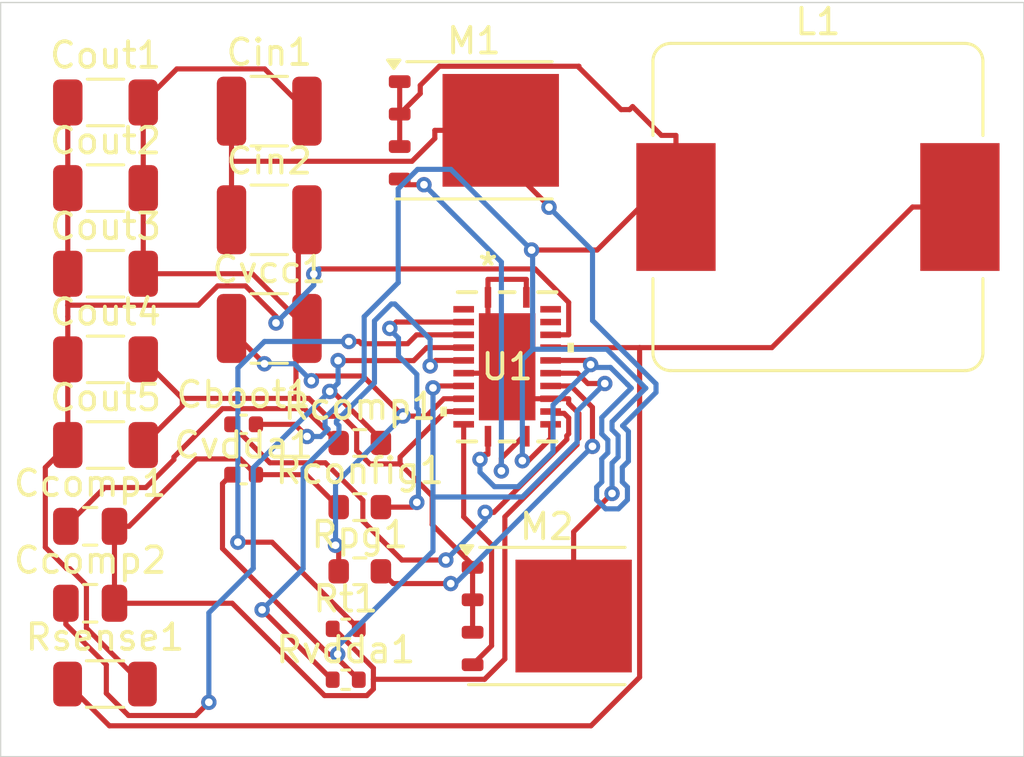
<source format=kicad_pcb>
(kicad_pcb (version 20241229) (generator "pcbnew") (generator_version "9.0")
  (layers (0 "F.Cu" signal) (2 "B.Cu" signal) (13 "F.Paste" user) (15 "B.Paste" user) (5 "F.SilkS" user "F.Silkscreen") (7 "B.SilkS" user "B.Silkscreen") (1 "F.Mask" user) (3 "B.Mask" user) (25 "Edge.Cuts" user))
  (net 0 "")
  (net 1 "Net-(U1-CBOOT)")
  (net 2 "Net-(M2-D)")
  (net 3 "GNDREF")
  (net 4 "Net-(Ccomp1-Pad1)")
  (net 5 "Net-(U1-EXTCOMP)")
  (net 6 "GNDPWR")
  (net 7 "VCC")
  (net 8 "Net-(U1-VOUT)")
  (net 9 "Net-(U1-VCC)")
  (net 10 "Net-(U1-PFM{slash}SYNC)")
  (net 11 "Net-(U1-ISNS+)")
  (net 12 "Net-(M1-G)")
  (net 13 "Net-(M2-G)")
  (net 14 "Net-(U1-CNFG)")
  (net 15 "Net-(U1-PG{slash}SYNCOUT)")
  (net 16 "Net-(U1-RT)")
  (net 17 "Net-(U1-FB)")
  (footprint "Capacitor_SMD:C_1206_3216Metric" (layer "F.Cu") (at 144.1 84.61)
    (property "Reference" "Cout3" (at 0 -1.85 0) (layer "F.SilkS"))
    (property "Value" "10u")
    (pad "1" smd roundrect (at -1.475 0) (size 1.15 1.8) (layers "F.Cu" "F.Mask" "F.Paste") (roundrect_rratio 0.217391) (net 8 "Net-(U1-VOUT)"))
    (pad "2" smd roundrect (at 1.475 0) (size 1.15 1.8) (layers "F.Cu" "F.Mask" "F.Paste") (roundrect_rratio 0.217391) (net 6 "GNDPWR"))
  )
  (footprint "Capacitor_SMD:C_1210_3225Metric" (layer "F.Cu") (at 150.5 86.75)
    (property "Reference" "Cvcc1" (at 0 -2.3 0) (layer "F.SilkS"))
    (property "Value" "2.2u")
    (pad "1" smd roundrect (at -1.475 0) (size 1.15 2.7) (layers "F.Cu" "F.Mask" "F.Paste") (roundrect_rratio 0.217391) (net 9 "Net-(U1-VCC)"))
    (pad "2" smd roundrect (at 1.475 0) (size 1.15 2.7) (layers "F.Cu" "F.Mask" "F.Paste") (roundrect_rratio 0.217391) (net 6 "GNDPWR"))
  )
  (footprint "Package_TO_SOT_SMD:TDSON-8-1" (layer "F.Cu") (at 158.5 79)
    (property "Reference" "M1" (at 0 -3.5 0) (layer "F.SilkS"))
    (property "Value" "80V 77A")
    (pad "1" smd roundrect (at -2.9 -1.905) (size 0.85 0.5) (layers "F.Cu" "F.Mask" "F.Paste") (net 2 "Net-(M2-D)"))
    (pad "2" smd roundrect (at -2.9 -0.635) (size 0.85 0.5) (layers "F.Cu" "F.Mask" "F.Paste") (net 2 "Net-(M2-D)"))
    (pad "3" smd roundrect (at -2.9 0.635) (size 0.85 0.5) (layers "F.Cu" "F.Mask" "F.Paste") (net 2 "Net-(M2-D)"))
    (pad "4" smd roundrect (at -2.9 1.905) (size 0.85 0.5) (layers "F.Cu" "F.Mask" "F.Paste") (net 12 "Net-(M1-G)"))
    (pad "5" smd rect (at 1.05 0) (size 4.55 4.41) (layers "F.Cu") (net 7 "VCC"))
  )
  (footprint "Package_TO_SOT_SMD:TDSON-8-1" (layer "F.Cu") (at 161.35 98)
    (property "Reference" "M2" (at 0 -3.5 0) (layer "F.SilkS"))
    (property "Value" "80V 77A")
    (pad "1" smd roundrect (at -2.9 -1.905) (size 0.85 0.5) (layers "F.Cu" "F.Mask" "F.Paste") (net 6 "GNDPWR"))
    (pad "2" smd roundrect (at -2.9 -0.635) (size 0.85 0.5) (layers "F.Cu" "F.Mask" "F.Paste") (net 6 "GNDPWR"))
    (pad "3" smd roundrect (at -2.9 0.635) (size 0.85 0.5) (layers "F.Cu" "F.Mask" "F.Paste") (net 6 "GNDPWR"))
    (pad "4" smd roundrect (at -2.9 1.905) (size 0.85 0.5) (layers "F.Cu" "F.Mask" "F.Paste") (net 13 "Net-(M2-G)"))
    (pad "5" smd rect (at 1.05 0) (size 4.55 4.41) (layers "F.Cu") (net 2 "Net-(M2-D)"))
  )
  (footprint "Capacitor_SMD:C_0402_1005Metric" (layer "F.Cu") (at 149.5 90.5)
    (property "Reference" "Cboot1" (at 0 -1.16 0) (layer "F.SilkS"))
    (property "Value" "100n")
    (pad "1" smd roundrect (at -0.48 0) (size 0.56 0.62) (layers "F.Cu" "F.Mask" "F.Paste") (net 1 "Net-(U1-CBOOT)"))
    (pad "2" smd roundrect (at 0.48 0) (size 0.56 0.62) (layers "F.Cu" "F.Mask" "F.Paste") (net 2 "Net-(M2-D)"))
  )
  (footprint "Capacitor_SMD:C_1206_3216Metric" (layer "F.Cu") (at 144.1 91.31)
    (property "Reference" "Cout5" (at 0 -1.85 0) (layer "F.SilkS"))
    (property "Value" "10u")
    (pad "1" smd roundrect (at -1.475 0) (size 1.15 1.8) (layers "F.Cu" "F.Mask" "F.Paste") (roundrect_rratio 0.217391) (net 8 "Net-(U1-VOUT)"))
    (pad "2" smd roundrect (at 1.475 0) (size 1.15 1.8) (layers "F.Cu" "F.Mask" "F.Paste") (roundrect_rratio 0.217391) (net 6 "GNDPWR"))
  )
  (footprint "Resistor_SMD:R_0402_1005Metric" (layer "F.Cu") (at 153.49 98.5)
    (property "Reference" "Rt1" (at 0 -1.17 0) (layer "F.SilkS"))
    (property "Value" "39K")
    (pad "1" smd roundrect (at -0.51 0) (size 0.54 0.64) (layers "F.Cu" "F.Mask" "F.Paste") (net 3 "GNDREF"))
    (pad "2" smd roundrect (at 0.51 0) (size 0.54 0.64) (layers "F.Cu" "F.Mask" "F.Paste") (net 16 "Net-(U1-RT)"))
  )
  (footprint "Capacitor_SMD:C_1206_3216Metric" (layer "F.Cu") (at 144.1 77.91)
    (property "Reference" "Cout1" (at 0 -1.85 0) (layer "F.SilkS"))
    (property "Value" "10u")
    (pad "1" smd roundrect (at -1.475 0) (size 1.15 1.8) (layers "F.Cu" "F.Mask" "F.Paste") (roundrect_rratio 0.217391) (net 8 "Net-(U1-VOUT)"))
    (pad "2" smd roundrect (at 1.475 0) (size 1.15 1.8) (layers "F.Cu" "F.Mask" "F.Paste") (roundrect_rratio 0.217391) (net 6 "GNDPWR"))
  )
  (footprint "Capacitor_SMD:C_0805_2012Metric" (layer "F.Cu") (at 143.5 97.5)
    (property "Reference" "Ccomp2" (at 0 -1.68 0) (layer "F.SilkS"))
    (property "Value" "100p")
    (pad "1" smd roundrect (at -0.95 0) (size 1 1.45) (layers "F.Cu" "F.Mask" "F.Paste") (net 5 "Net-(U1-EXTCOMP)"))
    (pad "2" smd roundrect (at 0.95 0) (size 1 1.45) (layers "F.Cu" "F.Mask" "F.Paste") (net 3 "GNDREF"))
  )
  (footprint "Capacitor_SMD:C_1210_3225Metric" (layer "F.Cu") (at 150.5 78.25)
    (property "Reference" "Cin1" (at 0 -2.3 0) (layer "F.SilkS"))
    (property "Value" "2.2u")
    (pad "1" smd roundrect (at -1.475 0) (size 1.15 2.7) (layers "F.Cu" "F.Mask" "F.Paste") (roundrect_rratio 0.217391) (net 7 "VCC"))
    (pad "2" smd roundrect (at 1.475 0) (size 1.15 2.7) (layers "F.Cu" "F.Mask" "F.Paste") (roundrect_rratio 0.217391) (net 6 "GNDPWR"))
  )
  (footprint "Capacitor_SMD:C_0402_1005Metric" (layer "F.Cu") (at 149.5 92.47)
    (property "Reference" "Cvdda1" (at 0 -1.16 0) (layer "F.SilkS"))
    (property "Value" "100n")
    (pad "1" smd roundrect (at -0.48 0) (size 0.56 0.62) (layers "F.Cu" "F.Mask" "F.Paste") (net 10 "Net-(U1-PFM{slash}SYNC)"))
    (pad "2" smd roundrect (at 0.48 0) (size 0.56 0.62) (layers "F.Cu" "F.Mask" "F.Paste") (net 3 "GNDREF"))
  )
  (footprint "Resistor_SMD:R_0402_1005Metric" (layer "F.Cu") (at 153.49 100.49)
    (property "Reference" "Rvdda1" (at 0 -1.17 0) (layer "F.SilkS"))
    (property "Value" "47.5K")
    (pad "1" smd roundrect (at -0.51 0) (size 0.54 0.64) (layers "F.Cu" "F.Mask" "F.Paste") (net 17 "Net-(U1-FB)"))
    (pad "2" smd roundrect (at 0.51 0) (size 0.54 0.64) (layers "F.Cu" "F.Mask" "F.Paste") (net 10 "Net-(U1-PFM{slash}SYNC)"))
  )
  (footprint "Resistor_SMD:R_0603_1608Metric" (layer "F.Cu") (at 154.04 91.23)
    (property "Reference" "Rcomp1" (at 0 -1.43 0) (layer "F.SilkS"))
    (property "Value" "4.7K")
    (pad "1" smd roundrect (at -0.825 0) (size 0.8 0.95) (layers "F.Cu" "F.Mask" "F.Paste") (net 4 "Net-(Ccomp1-Pad1)"))
    (pad "2" smd roundrect (at 0.825 0) (size 0.8 0.95) (layers "F.Cu" "F.Mask" "F.Paste") (net 5 "Net-(U1-EXTCOMP)"))
  )
  (footprint "Inductor_SMD:L_Bourns_SRP1245A" (layer "F.Cu") (at 171.95 82)
    (property "Reference" "L1" (at 0 -7.25 0) (layer "F.SilkS"))
    (property "Value" "6.8u")
    (pad "1" smd rect (at -5.55 0) (size 3.1 5) (layers "F.Cu" "F.Mask" "F.Paste") (net 2 "Net-(M2-D)"))
    (pad "2" smd rect (at 5.55 0) (size 3.1 5) (layers "F.Cu" "F.Mask" "F.Paste") (net 11 "Net-(U1-ISNS+)"))
  )
  (footprint "Resistor_SMD:R_0603_1608Metric" (layer "F.Cu") (at 154.04 93.74)
    (property "Reference" "Rconfig1" (at 0 -1.43 0) (layer "F.SilkS"))
    (property "Value" "40.2K")
    (pad "1" smd roundrect (at -0.825 0) (size 0.8 0.95) (layers "F.Cu" "F.Mask" "F.Paste") (net 3 "GNDREF"))
    (pad "2" smd roundrect (at 0.825 0) (size 0.8 0.95) (layers "F.Cu" "F.Mask" "F.Paste") (net 14 "Net-(U1-CNFG)"))
  )
  (footprint "Capacitor_SMD:C_1210_3225Metric" (layer "F.Cu") (at 150.5 82.5)
    (property "Reference" "Cin2" (at 0 -2.3 0) (layer "F.SilkS"))
    (property "Value" "2.2u")
    (pad "1" smd roundrect (at -1.475 0) (size 1.15 2.7) (layers "F.Cu" "F.Mask" "F.Paste") (roundrect_rratio 0.217391) (net 7 "VCC"))
    (pad "2" smd roundrect (at 1.475 0) (size 1.15 2.7) (layers "F.Cu" "F.Mask" "F.Paste") (roundrect_rratio 0.217391) (net 6 "GNDPWR"))
  )
  (footprint "LM5149:VQFN24_RGY_TEX" (layer "F.Cu") (at 159.8006 88.25)
    (property "Reference" "U1" (at 0 0 0) (layer "F.SilkS"))
    (property "Value" "LM5149RGYR")
    (fp_text user "*" (at -0.75 -3.9068 0) (layer "F.SilkS"))
    (fp_text user "*" (at -0.75 -3.9068 0) (layer "F.SilkS"))
    (pad "1" smd rect (at -0.750001 -2.7154) (size 0.2548 0.807999) (layers "F.Cu" "F.Mask" "F.Paste") (net 3 "GNDREF"))
    (pad "2" smd rect (at -1.6994 -2.250001 90) (size 0.2548 0.807999) (layers "F.Cu" "F.Mask" "F.Paste"))
    (pad "3" smd rect (at -1.6994 -1.749999 90) (size 0.2548 0.807999) (layers "F.Cu" "F.Mask" "F.Paste") (net 14 "Net-(U1-CNFG)"))
    (pad "4" smd rect (at -1.6994 -1.25 90) (size 0.2548 0.807999) (layers "F.Cu" "F.Mask" "F.Paste") (net 16 "Net-(U1-RT)"))
    (pad "5" smd rect (at -1.6994 -0.750001 90) (size 0.2548 0.807999) (layers "F.Cu" "F.Mask" "F.Paste") (net 5 "Net-(U1-EXTCOMP)"))
    (pad "6" smd rect (at -1.6994 -0.25 90) (size 0.2548 0.807999) (layers "F.Cu" "F.Mask" "F.Paste") (net 17 "Net-(U1-FB)"))
    (pad "7" smd rect (at -1.6994 0.25 90) (size 0.2548 0.807999) (layers "F.Cu" "F.Mask" "F.Paste") (net 3 "GNDREF"))
    (pad "8" smd rect (at -1.6994 0.750001 90) (size 0.2548 0.807999) (layers "F.Cu" "F.Mask" "F.Paste") (net 10 "Net-(U1-PFM{slash}SYNC)"))
    (pad "9" smd rect (at -1.6994 1.25 90) (size 0.2548 0.807999) (layers "F.Cu" "F.Mask" "F.Paste") (net 9 "Net-(U1-VCC)"))
    (pad "10" smd rect (at -1.6994 1.749999 90) (size 0.2548 0.807999) (layers "F.Cu" "F.Mask" "F.Paste") (net 6 "GNDPWR"))
    (pad "11" smd rect (at -1.6994 2.250001 90) (size 0.2548 0.807999) (layers "F.Cu" "F.Mask" "F.Paste") (net 13 "Net-(M2-G)"))
    (pad "12" smd rect (at -0.750001 2.7154) (size 0.2548 0.807999) (layers "F.Cu" "F.Mask" "F.Paste") (net 7 "VCC"))
    (pad "13" smd rect (at 0.750001 2.7154) (size 0.2548 0.807999) (layers "F.Cu" "F.Mask" "F.Paste") (net 12 "Net-(M1-G)"))
    (pad "14" smd rect (at 1.6994 2.250001 90) (size 0.2548 0.807999) (layers "F.Cu" "F.Mask" "F.Paste") (net 2 "Net-(M2-D)"))
    (pad "15" smd rect (at 1.6994 1.749999 90) (size 0.2548 0.807999) (layers "F.Cu" "F.Mask" "F.Paste") (net 1 "Net-(U1-CBOOT)"))
    (pad "16" smd rect (at 1.6994 1.25 90) (size 0.2548 0.807999) (layers "F.Cu" "F.Mask" "F.Paste") (net 3 "GNDREF"))
    (pad "17" smd rect (at 1.6994 0.750001 90) (size 0.2548 0.807999) (layers "F.Cu" "F.Mask" "F.Paste") (net 15 "Net-(U1-PG{slash}SYNCOUT)"))
    (pad "18" smd rect (at 1.6994 0.25 90) (size 0.2548 0.807999) (layers "F.Cu" "F.Mask" "F.Paste") (net 10 "Net-(U1-PFM{slash}SYNC)"))
    (pad "19" smd rect (at 1.6994 -0.25 90) (size 0.2548 0.807999) (layers "F.Cu" "F.Mask" "F.Paste") (net 7 "VCC"))
    (pad "20" smd rect (at 1.6994 -0.750001 90) (size 0.2548 0.807999) (layers "F.Cu" "F.Mask" "F.Paste") (net 11 "Net-(U1-ISNS+)"))
    (pad "21" smd rect (at 1.6994 -1.25 90) (size 0.2548 0.807999) (layers "F.Cu" "F.Mask" "F.Paste") (net 8 "Net-(U1-VOUT)"))
    (pad "22" smd rect (at 1.6994 -1.749999 90) (size 0.2548 0.807999) (layers "F.Cu" "F.Mask" "F.Paste"))
    (pad "23" smd rect (at 1.6994 -2.250001 90) (size 0.2548 0.807999) (layers "F.Cu" "F.Mask" "F.Paste"))
    (pad "24" smd rect (at 0.750001 -2.7154) (size 0.2548 0.807999) (layers "F.Cu" "F.Mask" "F.Paste") (net 3 "GNDREF"))
    (pad "25" smd rect (at 0 0) (size 2.2098 4.191) (layers "F.Cu" "F.Mask" "F.Paste") (net 3 "GNDREF"))
  )
  (footprint "Capacitor_SMD:C_1206_3216Metric" (layer "F.Cu") (at 144.1 87.96)
    (property "Reference" "Cout4" (at 0 -1.85 0) (layer "F.SilkS"))
    (property "Value" "10u")
    (pad "1" smd roundrect (at -1.475 0) (size 1.15 1.8) (layers "F.Cu" "F.Mask" "F.Paste") (roundrect_rratio 0.217391) (net 8 "Net-(U1-VOUT)"))
    (pad "2" smd roundrect (at 1.475 0) (size 1.15 1.8) (layers "F.Cu" "F.Mask" "F.Paste") (roundrect_rratio 0.217391) (net 6 "GNDPWR"))
  )
  (footprint "Capacitor_SMD:C_0805_2012Metric" (layer "F.Cu") (at 143.5 94.49)
    (property "Reference" "Ccomp1" (at 0 -1.68 0) (layer "F.SilkS"))
    (property "Value" "3.9n")
    (pad "1" smd roundrect (at -0.95 0) (size 1 1.45) (layers "F.Cu" "F.Mask" "F.Paste") (net 4 "Net-(Ccomp1-Pad1)"))
    (pad "2" smd roundrect (at 0.95 0) (size 1 1.45) (layers "F.Cu" "F.Mask" "F.Paste") (net 3 "GNDREF"))
  )
  (footprint "Capacitor_SMD:C_1206_3216Metric" (layer "F.Cu") (at 144.1 81.26)
    (property "Reference" "Cout2" (at 0 -1.85 0) (layer "F.SilkS"))
    (property "Value" "10u")
    (pad "1" smd roundrect (at -1.475 0) (size 1.15 1.8) (layers "F.Cu" "F.Mask" "F.Paste") (roundrect_rratio 0.217391) (net 8 "Net-(U1-VOUT)"))
    (pad "2" smd roundrect (at 1.475 0) (size 1.15 1.8) (layers "F.Cu" "F.Mask" "F.Paste") (roundrect_rratio 0.217391) (net 6 "GNDPWR"))
  )
  (footprint "Resistor_SMD:R_1206_3216Metric" (layer "F.Cu") (at 144.08 100.66)
    (property "Reference" "Rsense1" (at 0 -1.83 0) (layer "F.SilkS"))
    (property "Value" "6m")
    (pad "1" smd roundrect (at -1.4625 0) (size 1.125 1.75) (layers "F.Cu" "F.Mask" "F.Paste") (roundrect_rratio 0.222222) (net 11 "Net-(U1-ISNS+)"))
    (pad "2" smd roundrect (at 1.4625 0) (size 1.125 1.75) (layers "F.Cu" "F.Mask" "F.Paste") (roundrect_rratio 0.222222) (net 8 "Net-(U1-VOUT)"))
  )
  (footprint "Resistor_SMD:R_0603_1608Metric" (layer "F.Cu") (at 154.04 96.25)
    (property "Reference" "Rpg1" (at 0 -1.43 0) (layer "F.SilkS"))
    (property "Value" "100K")
    (pad "1" smd roundrect (at -0.825 0) (size 0.8 0.95) (layers "F.Cu" "F.Mask" "F.Paste") (net 9 "Net-(U1-VCC)"))
    (pad "2" smd roundrect (at 0.825 0) (size 0.8 0.95) (layers "F.Cu" "F.Mask" "F.Paste") (net 15 "Net-(U1-PG{slash}SYNCOUT)"))
  )
  (gr_rect (start 140 74) (end 180 103.5) (stroke (width 0.05)) (fill no) (layer "Edge.Cuts"))
  (segment (start 152.6933 92.006) (end 154.1594 93.4721) (width 0.2) (layer "F.Cu") (net 1))
  (segment (start 162.1323 91.0944) (end 159.2826 93.9441) (width 0.2) (layer "F.Cu") (net 1))
  (segment (start 155.6866 95.8085) (end 157.4039 95.8085) (width 0.2) (layer "F.Cu") (net 1))
  (segment (start 154.1594 93.4721) (end 154.1594 94.2813) (width 0.2) (layer "F.Cu") (net 1))
  (segment (start 159.2826 93.9441) (end 158.9425 93.9441) (width 0.2) (layer "F.Cu") (net 1))
  (segment (start 161.5 90) (end 161.5709 90.0709) (width 0.2) (layer "F.Cu") (net 1))
  (segment (start 150.526 92.006) (end 152.6933 92.006) (width 0.2) (layer "F.Cu") (net 1))
  (segment (start 149.02 90.5) (end 150.526 92.006) (width 0.2) (layer "F.Cu") (net 1))
  (segment (start 162.2057 90.2476) (end 162.2057 90.8748) (width 0.2) (layer "F.Cu") (net 1))
  (segment (start 162.1323 90.9482) (end 162.1323 91.0944) (width 0.2) (layer "F.Cu") (net 1))
  (segment (start 162.2057 90.8748) (end 162.1323 90.9482) (width 0.2) (layer "F.Cu") (net 1))
  (segment (start 161.5709 90.0709) (end 162.029 90.0709) (width 0.2) (layer "F.Cu") (net 1))
  (segment (start 162.029 90.0709) (end 162.2057 90.2476) (width 0.2) (layer "F.Cu") (net 1))
  (segment (start 154.1594 94.2813) (end 155.6866 95.8085) (width 0.2) (layer "F.Cu") (net 1))
  (via (at 158.9425 93.9441) (size 0.6) (drill 0.3) (layers "F.Cu" "B.Cu") (net 1))
  (via (at 157.4039 95.8085) (size 0.6) (drill 0.3) (layers "F.Cu" "B.Cu") (net 1))
  (segment (start 158.9425 94.2699) (end 158.9425 93.9441) (width 0.2) (layer "B.Cu") (net 1))
  (segment (start 157.4039 95.8085) (end 158.9425 94.2699) (width 0.2) (layer "B.Cu") (net 1))
  (segment (start 155.6 78.365) (end 156.4035 77.5615) (width 0.2) (layer "F.Cu") (net 2))
  (segment (start 163.901 93.205) (end 162.4 94.706) (width 0.2) (layer "F.Cu") (net 2))
  (segment (start 164.2546 78.1889) (end 164.5872 78.1889) (width 0.2) (layer "F.Cu") (net 2))
  (segment (start 166.4 82) (end 166.4 80.5991) (width 0.2) (layer "F.Cu") (net 2))
  (segment (start 155.6 78.365) (end 155.6 79.635) (width 0.2) (layer "F.Cu") (net 2))
  (segment (start 157.15 76.4933) (end 162.6079 76.4933) (width 0.2) (layer "F.Cu") (net 2))
  (segment (start 160.6302 91.9238) (end 160.3946 91.9238) (width 0.2) (layer "F.Cu") (net 2))
  (segment (start 155.6 77.095) (end 155.6 78.365) (width 0.2) (layer "F.Cu") (net 2))
  (segment (start 162.4 94.706) (end 162.4 98) (width 0.2) (layer "F.Cu") (net 2))
  (segment (start 164.7049 78.0712) (end 165.832 79.1983) (width 0.2) (layer "F.Cu") (net 2))
  (segment (start 151.9773 90.9767) (end 151.5006 90.5) (width 0.2) (layer "F.Cu") (net 2))
  (segment (start 165.832 79.1983) (end 166.4 79.1983) (width 0.2) (layer "F.Cu") (net 2))
  (segment (start 156.4035 77.2398) (end 157.15 76.4933) (width 0.2) (layer "F.Cu") (net 2))
  (segment (start 162.6079 76.4933) (end 162.6079 76.5422) (width 0.2) (layer "F.Cu") (net 2))
  (segment (start 166.4 80.5991) (end 163.3171 83.682) (width 0.2) (layer "F.Cu") (net 2))
  (segment (start 162.6079 76.5422) (end 164.2546 78.1889) (width 0.2) (layer "F.Cu") (net 2))
  (segment (start 156.4035 77.5615) (end 156.4035 77.2398) (width 0.2) (layer "F.Cu") (net 2))
  (segment (start 161.5 91.054) (end 160.6302 91.9238) (width 0.2) (layer "F.Cu") (net 2))
  (segment (start 166.4 80.5991) (end 166.4 79.1983) (width 0.2) (layer "F.Cu") (net 2))
  (segment (start 151.5006 90.5) (end 149.98 90.5) (width 0.2) (layer "F.Cu") (net 2))
  (segment (start 164.5872 78.1889) (end 164.7049 78.0712) (width 0.2) (layer "F.Cu") (net 2))
  (segment (start 163.3171 83.682) (end 160.7558 83.682) (width 0.2) (layer "F.Cu") (net 2))
  (segment (start 161.5 90.5) (end 161.5 91.054) (width 0.2) (layer "F.Cu") (net 2))
  (via (at 163.901 93.205) (size 0.6) (drill 0.3) (layers "F.Cu" "B.Cu") (net 2))
  (via (at 160.7558 83.682) (size 0.6) (drill 0.3) (layers "F.Cu" "B.Cu") (net 2))
  (via (at 160.3946 91.9238) (size 0.6) (drill 0.3) (layers "F.Cu" "B.Cu") (net 2))
  (via (at 151.9773 90.9767) (size 0.6) (drill 0.3) (layers "F.Cu" "B.Cu") (net 2))
  (segment (start 152.5177 90.9767) (end 151.9773 90.9767) (width 0.2) (layer "B.Cu") (net 2))
  (segment (start 157.6 80.5262) (end 156.3006 80.5262) (width 0.2) (layer "B.Cu") (net 2))
  (segment (start 164.1391 90.9481) (end 163.901 90.71) (width 0.2) (layer "B.Cu") (net 2))
  (segment (start 160.7558 83.682) (end 157.6 80.5262) (width 0.2) (layer "B.Cu") (net 2))
  (segment (start 154.212 88.7165) (end 152.6831 90.2454) (width 0.2) (layer "B.Cu") (net 2))
  (segment (start 160.3946 87.9652) (end 160.7963 87.5635) (width 0.2) (layer "B.Cu") (net 2))
  (segment (start 165.2183 89.0853) (end 163.6965 87.5635) (width 0.2) (layer "B.Cu") (net 2))
  (segment (start 155.5417 84.9579) (end 154.212 86.2876) (width 0.2) (layer "B.Cu") (net 2))
  (segment (start 163.901 92.0172) (end 164.1391 91.7791) (width 0.2) (layer "B.Cu") (net 2))
  (segment (start 163.901 93.205) (end 163.901 92.0172) (width 0.2) (layer "B.Cu") (net 2))
  (segment (start 156.3006 80.5262) (end 155.5418 81.285) (width 0.2) (layer "B.Cu") (net 2))
  (segment (start 164.1391 91.7791) (end 164.1391 90.9481) (width 0.2) (layer "B.Cu") (net 2))
  (segment (start 152.6831 90.2454) (end 152.6831 90.578) (width 0.2) (layer "B.Cu") (net 2))
  (segment (start 154.212 86.2876) (end 154.212 88.7165) (width 0.2) (layer "B.Cu") (net 2))
  (segment (start 160.7963 87.5635) (end 160.7963 83.7225) (width 0.2) (layer "B.Cu") (net 2))
  (segment (start 163.6965 87.5635) (end 160.7963 87.5635) (width 0.2) (layer "B.Cu") (net 2))
  (segment (start 163.901 90.4027) (end 165.2183 89.0854) (width 0.2) (layer "B.Cu") (net 2))
  (segment (start 152.6831 90.578) (end 152.7997 90.6946) (width 0.2) (layer "B.Cu") (net 2))
  (segment (start 163.901 90.71) (end 163.901 90.4027) (width 0.2) (layer "B.Cu") (net 2))
  (segment (start 155.5418 84.9579) (end 155.5417 84.9579) (width 0.2) (layer "B.Cu") (net 2))
  (segment (start 152.7997 90.6946) (end 152.7997 90.6947) (width 0.2) (layer "B.Cu") (net 2))
  (segment (start 165.2183 89.0854) (end 165.2183 89.0853) (width 0.2) (layer "B.Cu") (net 2))
  (segment (start 155.5418 81.285) (end 155.5418 84.9579) (width 0.2) (layer "B.Cu") (net 2))
  (segment (start 160.3946 91.9238) (end 160.3946 87.9652) (width 0.2) (layer "B.Cu") (net 2))
  (segment (start 160.7963 83.7225) (end 160.7558 83.682) (width 0.2) (layer "B.Cu") (net 2))
  (segment (start 152.7997 90.6947) (end 152.5177 90.9767) (width 0.2) (layer "B.Cu") (net 2))
  (segment (start 159.0506 85.5346) (end 159.0506 84.8289) (width 0.2) (layer "F.Cu") (net 3))
  (segment (start 160.7943 89.5) (end 160.7943 89.2437) (width 0.2) (layer "F.Cu") (net 3))
  (segment (start 162.6074 91.0411) (end 162.534 91.1145) (width 0.2) (layer "F.Cu") (net 3))
  (segment (start 159.7113 99.6809) (end 158.9181 100.4741) (width 0.2) (layer "F.Cu") (net 3))
  (segment (start 153.0342 98.5) (end 152.98 98.5) (width 0.2) (layer "F.Cu") (net 3))
  (segment (start 158.1012 88.5) (end 159.4256 88.5) (width 0.2) (layer "F.Cu") (net 3))
  (segment (start 159.0506 84.8289) (end 160.5506 84.8289) (width 0.2) (layer "F.Cu") (net 3))
  (segment (start 162.6074 90.0813) (end 162.6074 91.0411) (width 0.2) (layer "F.Cu") (net 3))
  (segment (start 159.6756 88.25) (end 159.6756 86.8653) (width 0.2) (layer "F.Cu") (net 3))
  (segment (start 162.534 91.2962) (end 159.7113 94.1189) (width 0.2) (layer "F.Cu") (net 3))
  (segment (start 161.5 89.5) (end 162.2057 89.5) (width 0.2) (layer "F.Cu") (net 3))
  (segment (start 144.45 94.49) (end 145.018 94.49) (width 0.2) (layer "F.Cu") (net 3))
  (segment (start 147.6536 91.8544) (end 149.3644 91.8544) (width 0.2) (layer "F.Cu") (net 3))
  (segment (start 154.3161 101.1122) (end 152.6639 101.1122) (width 0.2) (layer "F.Cu") (net 3))
  (segment (start 161.5 89.5) (end 160.7943 89.5) (width 0.2) (layer "F.Cu") (net 3))
  (segment (start 154.5722 100.4741) (end 154.5722 100.038) (width 0.2) (layer "F.Cu") (net 3))
  (segment (start 154.5722 100.4741) (end 154.5722 100.8561) (width 0.2) (layer "F.Cu") (net 3))
  (segment (start 159.6756 86.8653) (end 159.0506 86.2403) (width 0.2) (layer "F.Cu") (net 3))
  (segment (start 145.018 94.49) (end 147.6536 91.8544) (width 0.2) (layer "F.Cu") (net 3))
  (segment (start 153.215 93.74) (end 151.945 92.47) (width 0.2) (layer "F.Cu") (net 3))
  (segment (start 152.6639 101.1122) (end 149.0517 97.5) (width 0.2) (layer "F.Cu") (net 3))
  (segment (start 160.5506 85.5346) (end 160.5506 84.8289) (width 0.2) (layer "F.Cu") (net 3))
  (segment (start 162.534 91.1145) (end 162.534 91.2962) (width 0.2) (layer "F.Cu") (net 3))
  (segment (start 162.372 89.8459) (end 162.2057 89.6796) (width 0.2) (layer "F.Cu") (net 3))
  (segment (start 158.9181 100.4741) (end 154.5722 100.4741) (width 0.2) (layer "F.Cu") (net 3))
  (segment (start 151.945 92.47) (end 149.98 92.47) (width 0.2) (layer "F.Cu") (net 3))
  (segment (start 162.372 89.8459) (end 162.2057 89.6796) (width 0.2) (layer "F.Cu") (net 3))
  (segment (start 159.6756 88.25) (end 159.8006 88.25) (width 0.2) (layer "F.Cu") (net 3))
  (segment (start 149.0517 97.5) (end 144.45 97.5) (width 0.2) (layer "F.Cu") (net 3))
  (segment (start 162.372 89.8459) (end 162.6074 90.0813) (width 0.2) (layer "F.Cu") (net 3))
  (segment (start 149.3644 91.8544) (end 149.98 92.47) (width 0.2) (layer "F.Cu") (net 3))
  (segment (start 154.5722 100.8561) (end 154.3161 101.1122) (width 0.2) (layer "F.Cu") (net 3))
  (segment (start 144.45 97.5) (end 144.45 94.49) (width 0.2) (layer "F.Cu") (net 3))
  (segment (start 159.0506 85.5346) (end 159.0506 86.2403) (width 0.2) (layer "F.Cu") (net 3))
  (segment (start 154.5722 100.038) (end 153.0342 98.5) (width 0.2) (layer "F.Cu") (net 3))
  (segment (start 159.4256 88.5) (end 159.6756 88.25) (width 0.2) (layer "F.Cu") (net 3))
  (segment (start 160.7943 89.2437) (end 159.8006 88.25) (width 0.2) (layer "F.Cu") (net 3))
  (segment (start 159.7113 94.1189) (end 159.7113 99.6809) (width 0.2) (layer "F.Cu") (net 3))
  (segment (start 162.2057 89.6796) (end 162.2057 89.5) (width 0.2) (layer "F.Cu") (net 3))
  (segment (start 145.6786 92.9735) (end 146.7746 91.8775) (width 0.2) (layer "F.Cu") (net 4))
  (segment (start 151.8728 89.8878) (end 153.215 91.23) (width 0.2) (layer "F.Cu") (net 4))
  (segment (start 148.6684 89.8878) (end 151.8728 89.8878) (width 0.2) (layer "F.Cu") (net 4))
  (segment (start 146.7746 91.8775) (end 146.7746 91.7816) (width 0.2) (layer "F.Cu") (net 4))
  (segment (start 144.0665 92.9735) (end 145.6786 92.9735) (width 0.2) (layer "F.Cu") (net 4))
  (segment (start 142.55 94.49) (end 144.0665 92.9735) (width 0.2) (layer "F.Cu") (net 4))
  (segment (start 146.7746 91.7816) (end 148.6684 89.8878) (width 0.2) (layer "F.Cu") (net 4))
  (segment (start 144.1318 101.0232) (end 144.9999 101.8913) (width 0.2) (layer "F.Cu") (net 5))
  (segment (start 156.6557 87.5) (end 156.1476 88.0081) (width 0.2) (layer "F.Cu") (net 5))
  (segment (start 154.865 91.0962) (end 154.865 91.23) (width 0.2) (layer "F.Cu") (net 5))
  (segment (start 142.55 98.3252) (end 144.1318 99.907) (width 0.2) (layer "F.Cu") (net 5))
  (segment (start 156.1476 88.0081) (end 153.1918 88.0081) (width 0.2) (layer "F.Cu") (net 5))
  (segment (start 152.9804 89.2116) (end 154.865 91.0962) (width 0.2) (layer "F.Cu") (net 5))
  (segment (start 142.55 97.5) (end 142.55 98.3252) (width 0.2) (layer "F.Cu") (net 5))
  (segment (start 144.1318 99.907) (end 144.1318 101.0232) (width 0.2) (layer "F.Cu") (net 5))
  (segment (start 152.8658 89.2116) (end 152.9804 89.2116) (width 0.2) (layer "F.Cu") (net 5))
  (segment (start 147.6219 101.8913) (end 148.1396 101.3736) (width 0.2) (layer "F.Cu") (net 5))
  (segment (start 144.9999 101.8913) (end 147.6219 101.8913) (width 0.2) (layer "F.Cu") (net 5))
  (segment (start 158.1012 87.5) (end 156.6557 87.5) (width 0.2) (layer "F.Cu") (net 5))
  (via (at 153.1918 88.0081) (size 0.6) (drill 0.3) (layers "F.Cu" "B.Cu") (net 5))
  (via (at 152.8658 89.2116) (size 0.6) (drill 0.3) (layers "F.Cu" "B.Cu") (net 5))
  (via (at 148.1396 101.3736) (size 0.6) (drill 0.3) (layers "F.Cu" "B.Cu") (net 5))
  (segment (start 153.1918 88.0081) (end 153.1918 88.8856) (width 0.2) (layer "B.Cu") (net 5))
  (segment (start 148.1396 97.8735) (end 148.1396 101.3736) (width 0.2) (layer "B.Cu") (net 5))
  (segment (start 152.8658 89.2116) (end 149.8761 92.2013) (width 0.2) (layer "B.Cu") (net 5))
  (segment (start 153.1918 88.8856) (end 152.8658 89.2116) (width 0.2) (layer "B.Cu") (net 5))
  (segment (start 149.8761 96.137) (end 148.1396 97.8735) (width 0.2) (layer "B.Cu") (net 5))
  (segment (start 149.8761 92.2013) (end 149.8761 96.137) (width 0.2) (layer "B.Cu") (net 5))
  (segment (start 158.45 96.0037) (end 156.8711 94.4248) (width 0.2) (layer "F.Cu") (net 6))
  (segment (start 158.1012 90) (end 157.3955 90) (width 0.2) (layer "F.Cu") (net 6))
  (segment (start 151.975 86.75) (end 151.5454 87.1796) (width 0.2) (layer "F.Cu") (net 6))
  (segment (start 150.3223 76.5973) (end 146.8877 76.5973) (width 0.2) (layer "F.Cu") (net 6))
  (segment (start 149.835 84.61) (end 145.575 84.61) (width 0.2) (layer "F.Cu") (net 6))
  (segment (start 152.0514 89.4861) (end 152.7502 90.1849) (width 0.2) (layer "F.Cu") (net 6))
  (segment (start 151.5454 87.1796) (end 151.5454 89.4861) (width 0.2) (layer "F.Cu") (net 6))
  (segment (start 147.1011 89.7839) (end 147.1011 89.4861) (width 0.2) (layer "F.Cu") (net 6))
  (segment (start 151.975 78.25) (end 150.3223 76.5973) (width 0.2) (layer "F.Cu") (net 6))
  (segment (start 151.6378 86.4128) (end 151.975 86.75) (width 0.2) (layer "F.Cu") (net 6))
  (segment (start 147.1011 89.4861) (end 145.575 87.96) (width 0.2) (layer "F.Cu") (net 6))
  (segment (start 151.6378 82.8372) (end 151.6378 86.4128) (width 0.2) (layer "F.Cu") (net 6))
  (segment (start 145.575 77.91) (end 145.575 81.26) (width 0.2) (layer "F.Cu") (net 6))
  (segment (start 151.975 86.75) (end 149.835 84.61) (width 0.2) (layer "F.Cu") (net 6))
  (segment (start 153.3556 90.1849) (end 153.9175 90.7468) (width 0.2) (layer "F.Cu") (net 6))
  (segment (start 153.9175 91.5337) (end 154.4326 92.0488) (width 0.2) (layer "F.Cu") (net 6))
  (segment (start 158.45 96.095) (end 158.45 96.0037) (width 0.2) (layer "F.Cu") (net 6))
  (segment (start 151.5454 89.4861) (end 147.1011 89.4861) (width 0.2) (layer "F.Cu") (net 6))
  (segment (start 153.9175 90.7468) (end 153.9175 91.5337) (width 0.2) (layer "F.Cu") (net 6))
  (segment (start 145.575 84.61) (end 145.575 81.26) (width 0.2) (layer "F.Cu") (net 6))
  (segment (start 145.575 91.31) (end 147.1011 89.7839) (width 0.2) (layer "F.Cu") (net 6))
  (segment (start 158.45 96.095) (end 158.45 97.365) (width 0.2) (layer "F.Cu") (net 6))
  (segment (start 155.615 92.0488) (end 155.615 91.7805) (width 0.2) (layer "F.Cu") (net 6))
  (segment (start 156.8711 93.3049) (end 155.615 92.0488) (width 0.2) (layer "F.Cu") (net 6))
  (segment (start 156.8711 94.4248) (end 156.8711 93.3049) (width 0.2) (layer "F.Cu") (net 6))
  (segment (start 158.45 98.635) (end 158.45 97.365) (width 0.2) (layer "F.Cu") (net 6))
  (segment (start 151.975 82.5) (end 151.6378 82.8372) (width 0.2) (layer "F.Cu") (net 6))
  (segment (start 151.5454 89.4861) (end 152.0514 89.4861) (width 0.2) (layer "F.Cu") (net 6))
  (segment (start 146.8877 76.5973) (end 145.575 77.91) (width 0.2) (layer "F.Cu") (net 6))
  (segment (start 154.4326 92.0488) (end 155.615 92.0488) (width 0.2) (layer "F.Cu") (net 6))
  (segment (start 152.7502 90.1849) (end 153.3556 90.1849) (width 0.2) (layer "F.Cu") (net 6))
  (segment (start 155.615 91.7805) (end 157.3955 90) (width 0.2) (layer "F.Cu") (net 6))
  (segment (start 156.9733 79.3176) (end 156.0804 80.2105) (width 0.2) (layer "F.Cu") (net 7))
  (segment (start 163.0635 88.1652) (end 162.8983 88) (width 0.2) (layer "F.Cu") (net 7))
  (segment (start 149.025 80.2105) (end 149.025 82.5) (width 0.2) (layer "F.Cu") (net 7))
  (segment (start 149.025 78.25) (end 149.025 80.2105) (width 0.2) (layer "F.Cu") (net 7))
  (segment (start 156.0804 80.2105) (end 149.025 80.2105) (width 0.2) (layer "F.Cu") (net 7))
  (segment (start 159.0506 91.6711) (end 158.9403 91.6711) (width 0.2) (layer "F.Cu") (net 7))
  (segment (start 161.4363 81.9685) (end 161.4363 82.0075) (width 0.2) (layer "F.Cu") (net 7))
  (segment (start 162.8983 88) (end 161.5 88) (width 0.2) (layer "F.Cu") (net 7))
  (segment (start 159.55 79) (end 158.4678 79) (width 0.2) (layer "F.Cu") (net 7))
  (segment (start 159.0506 90.9654) (end 159.0506 91.6711) (width 0.2) (layer "F.Cu") (net 7))
  (segment (start 158.4678 79) (end 156.9733 79) (width 0.2) (layer "F.Cu") (net 7))
  (segment (start 156.9733 79) (end 156.9733 79.3176) (width 0.2) (layer "F.Cu") (net 7))
  (segment (start 158.9403 91.6711) (end 158.7384 91.873) (width 0.2) (layer "F.Cu") (net 7))
  (segment (start 158.4678 79) (end 161.4363 81.9685) (width 0.2) (layer "F.Cu") (net 7))
  (via (at 158.7384 91.873) (size 0.6) (drill 0.3) (layers "F.Cu" "B.Cu") (net 7))
  (via (at 163.0635 88.1652) (size 0.6) (drill 0.3) (layers "F.Cu" "B.Cu") (net 7))
  (via (at 161.4363 82.0075) (size 0.6) (drill 0.3) (layers "F.Cu" "B.Cu") (net 7))
  (segment (start 164.5027 93.4542) (end 164.1502 93.8067) (width 0.2) (layer "B.Cu") (net 7))
  (segment (start 163.0635 88.2752) (end 161.5939 89.7448) (width 0.2) (layer "B.Cu") (net 7))
  (segment (start 164.3154 90.5563) (end 164.3154 90.5564) (width 0.2) (layer "B.Cu") (net 7))
  (segment (start 163.0635 88.2752) (end 163.0635 88.1652) (width 0.2) (layer "B.Cu") (net 7))
  (segment (start 163.2993 92.9559) (end 163.4993 92.7559) (width 0.2) (layer "B.Cu") (net 7))
  (segment (start 164.3027 92.1835) (end 164.3027 92.7558) (width 0.2) (layer "B.Cu") (net 7))
  (segment (start 164.6503 89.0854) (end 164.6503 89.0853) (width 0.2) (layer "B.Cu") (net 7))
  (segment (start 163.2993 93.4541) (end 163.2993 92.9559) (width 0.2) (layer "B.Cu") (net 7))
  (segment (start 165.6201 89.2516) (end 164.3154 90.5563) (width 0.2) (layer "B.Cu") (net 7))
  (segment (start 163.6519 93.8067) (end 163.2993 93.4541) (width 0.2) (layer "B.Cu") (net 7))
  (segment (start 163.1381 86.437) (end 165.6201 88.919) (width 0.2) (layer "B.Cu") (net 7))
  (segment (start 163.138 86.437) (end 163.1381 86.437) (width 0.2) (layer "B.Cu") (net 7))
  (segment (start 161.5939 91.5759) (end 160.2292 92.9406) (width 0.2) (layer "B.Cu") (net 7))
  (segment (start 164.5027 92.9558) (end 164.5027 93.4542) (width 0.2) (layer "B.Cu") (net 7))
  (segment (start 164.6503 89.0853) (end 164.5004 88.9354) (width 0.2) (layer "B.Cu") (net 7))
  (segment (start 164.5002 88.9354) (end 163.84 88.2752) (width 0.2) (layer "B.Cu") (net 7))
  (segment (start 163.7374 91.6128) (end 163.7374 91.1144) (width 0.2) (layer "B.Cu") (net 7))
  (segment (start 164.3154 90.5564) (end 164.5408 90.7818) (width 0.2) (layer "B.Cu") (net 7))
  (segment (start 164.5408 90.7818) (end 164.5408 91.9454) (width 0.2) (layer "B.Cu") (net 7))
  (segment (start 159.3054 92.9406) (end 158.7384 92.3736) (width 0.2) (layer "B.Cu") (net 7))
  (segment (start 163.4993 91.8509) (end 163.7374 91.6128) (width 0.2) (layer "B.Cu") (net 7))
  (segment (start 164.5004 88.9354) (end 164.5002 88.9354) (width 0.2) (layer "B.Cu") (net 7))
  (segment (start 163.4993 92.7559) (end 163.4993 91.8509) (width 0.2) (layer "B.Cu") (net 7))
  (segment (start 164.1502 93.8067) (end 163.6519 93.8067) (width 0.2) (layer "B.Cu") (net 7))
  (segment (start 163.4993 90.2364) (end 164.6503 89.0854) (width 0.2) (layer "B.Cu") (net 7))
  (segment (start 163.4993 90.8763) (end 163.4993 90.2364) (width 0.2) (layer "B.Cu") (net 7))
  (segment (start 164.5408 91.9454) (end 164.3027 92.1835) (width 0.2) (layer "B.Cu") (net 7))
  (segment (start 163.84 88.2752) (end 163.0635 88.2752) (width 0.2) (layer "B.Cu") (net 7))
  (segment (start 160.2292 92.9406) (end 159.3054 92.9406) (width 0.2) (layer "B.Cu") (net 7))
  (segment (start 164.3027 92.7558) (end 164.5027 92.9558) (width 0.2) (layer "B.Cu") (net 7))
  (segment (start 161.5939 89.7448) (end 161.5939 91.5759) (width 0.2) (layer "B.Cu") (net 7))
  (segment (start 163.138 83.7092) (end 163.138 86.437) (width 0.2) (layer "B.Cu") (net 7))
  (segment (start 158.7384 92.3736) (end 158.7384 91.873) (width 0.2) (layer "B.Cu") (net 7))
  (segment (start 161.4363 82.0075) (end 163.138 83.7092) (width 0.2) (layer "B.Cu") (net 7))
  (segment (start 163.7374 91.1144) (end 163.4993 90.8763) (width 0.2) (layer "B.Cu") (net 7))
  (segment (start 165.6201 88.919) (end 165.6201 89.2516) (width 0.2) (layer "B.Cu") (net 7))
  (segment (start 142.625 81.46) (end 142.625 84.61) (width 0.2) (layer "F.Cu") (net 8))
  (segment (start 152.4416 84.4228) (end 152.2395 84.6249) (width 0.2) (layer "F.Cu") (net 8))
  (segment (start 142.5853 96.1487) (end 141.7473 95.3107) (width 0.2) (layer "F.Cu") (net 8))
  (segment (start 142.625 85.8396) (end 142.625 86.285) (width 0.2) (layer "F.Cu") (net 8))
  (segment (start 143.3527 98.4702) (end 143.3527 96.7962) (width 0.2) (layer "F.Cu") (net 8))
  (segment (start 147.7288 85.8396) (end 148.4814 85.087) (width 0.2) (layer "F.Cu") (net 8))
  (segment (start 142.625 81.26) (end 142.625 81.46) (width 0.2) (layer "F.Cu") (net 8))
  (segment (start 149.574 85.087) (end 150.7641 86.2771) (width 0.2) (layer "F.Cu") (net 8))
  (segment (start 142.625 77.91) (end 142.625 81.46) (width 0.2) (layer "F.Cu") (net 8))
  (segment (start 150.7701 86.5291) (end 150.7641 86.5351) (width 0.2) (layer "F.Cu") (net 8))
  (segment (start 142.625 85.8396) (end 147.7288 85.8396) (width 0.2) (layer "F.Cu") (net 8))
  (segment (start 152.4416 84.4228) (end 152.2395 84.6249) (width 0.2) (layer "F.Cu") (net 8))
  (segment (start 148.4814 85.087) (end 149.574 85.087) (width 0.2) (layer "F.Cu") (net 8))
  (segment (start 150.7641 86.5351) (end 150.7701 86.5291) (width 0.2) (layer "F.Cu") (net 8))
  (segment (start 160.8953 84.4228) (end 152.4416 84.4228) (width 0.2) (layer "F.Cu") (net 8))
  (segment (start 161.5 87) (end 162.2057 87) (width 0.2) (layer "F.Cu") (net 8))
  (segment (start 141.7473 95.3107) (end 141.7473 92.1877) (width 0.2) (layer "F.Cu") (net 8))
  (segment (start 143.3527 96.7962) (end 142.7052 96.1487) (width 0.2) (layer "F.Cu") (net 8))
  (segment (start 162.2057 87) (end 162.2057 85.7332) (width 0.2) (layer "F.Cu") (net 8))
  (segment (start 142.7052 96.1487) (end 142.5853 96.1487) (width 0.2) (layer "F.Cu") (net 8))
  (segment (start 152.2395 84.6249) (end 152.4416 84.4228) (width 0.2) (layer "F.Cu") (net 8))
  (segment (start 150.7641 86.2771) (end 150.7641 86.5351) (width 0.2) (layer "F.Cu") (net 8))
  (segment (start 142.625 91.31) (end 142.625 87.96) (width 0.2) (layer "F.Cu") (net 8))
  (segment (start 142.625 84.61) (end 142.625 85.8396) (width 0.2) (layer "F.Cu") (net 8))
  (segment (start 141.7473 92.1877) (end 142.625 91.31) (width 0.2) (layer "F.Cu") (net 8))
  (segment (start 145.5425 100.66) (end 143.3527 98.4702) (width 0.2) (layer "F.Cu") (net 8))
  (segment (start 142.625 86.285) (end 142.625 87.96) (width 0.2) (layer "F.Cu") (net 8))
  (segment (start 162.2057 85.7332) (end 160.8953 84.4228) (width 0.2) (layer "F.Cu") (net 8))
  (via (at 150.7641 86.5351) (size 0.6) (drill 0.3) (layers "F.Cu" "B.Cu") (net 8))
  (via (at 152.2395 84.6249) (size 0.6) (drill 0.3) (layers "F.Cu" "B.Cu") (net 8))
  (segment (start 150.7701 86.5291) (end 150.7641 86.5351) (width 0.2) (layer "B.Cu") (net 8))
  (segment (start 152.2395 85.0597) (end 152.2395 84.6249) (width 0.2) (layer "B.Cu") (net 8))
  (segment (start 152.4416 84.4228) (end 152.2395 84.6249) (width 0.2) (layer "B.Cu") (net 8))
  (segment (start 152.2395 84.6249) (end 152.4416 84.4228) (width 0.2) (layer "B.Cu") (net 8))
  (segment (start 150.7641 86.5351) (end 150.7701 86.5291) (width 0.2) (layer "B.Cu") (net 8))
  (segment (start 150.7641 86.5351) (end 152.2395 85.0597) (width 0.2) (layer "B.Cu") (net 8))
  (segment (start 156.6497 90.1777) (end 157.3274 89.5) (width 0.2) (layer "F.Cu") (net 9))
  (segment (start 149.025 86.8458) (end 150.3114 88.1322) (width 0.2) (layer "F.Cu") (net 9))
  (segment (start 149.025 86.75) (end 149.025 86.8458) (width 0.2) (layer "F.Cu") (net 9))
  (segment (start 152.3336 88.6099) (end 152.1471 88.7964) (width 0.2) (layer "F.Cu") (net 9))
  (segment (start 153.0915 95.2321) (end 153.215 95.3556) (width 0.2) (layer "F.Cu") (net 9))
  (segment (start 155.7317 90.1777) (end 154.1639 88.6099) (width 0.2) (layer "F.Cu") (net 9))
  (segment (start 157.3274 89.5) (end 158.1012 89.5) (width 0.2) (layer "F.Cu") (net 9))
  (segment (start 154.1639 88.6099) (end 152.3336 88.6099) (width 0.2) (layer "F.Cu") (net 9))
  (segment (start 155.7317 90.1777) (end 156.6497 90.1777) (width 0.2) (layer "F.Cu") (net 9))
  (segment (start 153.215 95.3556) (end 153.215 96.25) (width 0.2) (layer "F.Cu") (net 9))
  (via (at 153.0915 95.2321) (size 0.6) (drill 0.3) (layers "F.Cu" "B.Cu") (net 9))
  (via (at 155.7317 90.1777) (size 0.6) (drill 0.3) (layers "F.Cu" "B.Cu") (net 9))
  (via (at 150.3114 88.1322) (size 0.6) (drill 0.3) (layers "F.Cu" "B.Cu") (net 9))
  (via (at 152.1471 88.7964) (size 0.6) (drill 0.3) (layers "F.Cu" "B.Cu") (net 9))
  (segment (start 151.4829 88.1322) (end 152.1471 88.7964) (width 0.2) (layer "B.Cu") (net 9))
  (segment (start 153.0916 95.2321) (end 153.0915 95.2321) (width 0.2) (layer "B.Cu") (net 9))
  (segment (start 155.7317 90.1777) (end 153.0916 92.8178) (width 0.2) (layer "B.Cu") (net 9))
  (segment (start 150.3114 88.1322) (end 151.4829 88.1322) (width 0.2) (layer "B.Cu") (net 9))
  (segment (start 153.0916 92.8178) (end 153.0916 95.2321) (width 0.2) (layer "B.Cu") (net 9))
  (segment (start 152.81 99.4934) (end 150.47 97.1534) (width 0.2) (layer "F.Cu") (net 10))
  (segment (start 148.6727 92.8173) (end 149.02 92.47) (width 0.2) (layer "F.Cu") (net 10))
  (segment (start 150.4667 97.1534) (end 148.6727 95.3594) (width 0.2) (layer "F.Cu") (net 10))
  (segment (start 153.1767 99.4934) (end 152.81 99.4934) (width 0.2) (layer "F.Cu") (net 10))
  (segment (start 148.6727 95.3594) (end 148.6727 92.8173) (width 0.2) (layer "F.Cu") (net 10))
  (segment (start 153.1767 99.6667) (end 153.1767 99.4934) (width 0.2) (layer "F.Cu") (net 10))
  (segment (start 154 100.49) (end 153.1767 99.6667) (width 0.2) (layer "F.Cu") (net 10))
  (segment (start 156.9763 89) (end 156.9013 89.075) (width 0.2) (layer "F.Cu") (net 10))
  (segment (start 162.9515 88.904) (end 163.6176 88.904) (width 0.2) (layer "F.Cu") (net 10))
  (segment (start 162.5475 88.5) (end 162.9515 88.904) (width 0.2) (layer "F.Cu") (net 10))
  (segment (start 158.1012 89) (end 156.9763 89) (width 0.2) (layer "F.Cu") (net 10))
  (segment (start 161.5 88.5) (end 162.5475 88.5) (width 0.2) (layer "F.Cu") (net 10))
  (segment (start 150.47 97.1534) (end 150.4667 97.1534) (width 0.2) (layer "F.Cu") (net 10))
  (via (at 156.9013 89.075) (size 0.6) (drill 0.3) (layers "F.Cu" "B.Cu") (net 10))
  (via (at 153.1767 99.4934) (size 0.6) (drill 0.3) (layers "F.Cu" "B.Cu") (net 10))
  (via (at 163.6176 88.904) (size 0.6) (drill 0.3) (layers "F.Cu" "B.Cu") (net 10))
  (segment (start 162.534 91.2038) (end 160.3955 93.3423) (width 0.2) (layer "B.Cu") (net 10))
  (segment (start 160.3955 93.3423) (end 156.9013 93.3423) (width 0.2) (layer "B.Cu") (net 10))
  (segment (start 156.9013 95.4603) (end 153.1767 99.1849) (width 0.2) (layer "B.Cu") (net 10))
  (segment (start 156.9013 93.3423) (end 156.9013 95.4603) (width 0.2) (layer "B.Cu") (net 10))
  (segment (start 153.1767 99.1849) (end 153.1767 99.4934) (width 0.2) (layer "B.Cu") (net 10))
  (segment (start 156.9013 89.075) (end 156.9013 93.3423) (width 0.2) (layer "B.Cu") (net 10))
  (segment (start 163.6176 88.904) (end 162.534 89.9876) (width 0.2) (layer "B.Cu") (net 10))
  (segment (start 162.534 89.9876) (end 162.534 91.2038) (width 0.2) (layer "B.Cu") (net 10))
  (segment (start 164.9789 87.5) (end 161.5 87.5) (width 0.2) (layer "F.Cu") (net 11))
  (segment (start 164.9789 100.3933) (end 164.9789 87.5) (width 0.2) (layer "F.Cu") (net 11))
  (segment (start 175.6483 82) (end 170.1483 87.5) (width 0.2) (layer "F.Cu") (net 11))
  (segment (start 163.0792 102.293) (end 164.9789 100.3933) (width 0.2) (layer "F.Cu") (net 11))
  (segment (start 177.5 82) (end 175.6483 82) (width 0.2) (layer "F.Cu") (net 11))
  (segment (start 142.6175 100.66) (end 144.2505 102.293) (width 0.2) (layer "F.Cu") (net 11))
  (segment (start 170.1483 87.5) (end 164.9789 87.5) (width 0.2) (layer "F.Cu") (net 11))
  (segment (start 144.2505 102.293) (end 163.0792 102.293) (width 0.2) (layer "F.Cu") (net 11))
  (segment (start 155.8229 81.1279) (end 155.6 80.905) (width 0.2) (layer "F.Cu") (net 12))
  (segment (start 159.5756 92.0144) (end 159.5756 92.3231) (width 0.2) (layer "F.Cu") (net 12))
  (segment (start 160.4394 90.9654) (end 160.5506 90.9654) (width 0.2) (layer "F.Cu") (net 12))
  (segment (start 156.5497 81.1279) (end 155.8229 81.1279) (width 0.2) (layer "F.Cu") (net 12))
  (segment (start 159.5756 92.3231) (end 159.5756 92.0144) (width 0.2) (layer "F.Cu") (net 12))
  (segment (start 159.5756 92.3231) (end 159.5756 91.8292) (width 0.2) (layer "F.Cu") (net 12))
  (segment (start 159.5756 91.8292) (end 160.4394 90.9654) (width 0.2) (layer "F.Cu") (net 12))
  (via (at 159.5756 92.3231) (size 0.6) (drill 0.3) (layers "F.Cu" "B.Cu") (net 12))
  (via (at 156.5497 81.1279) (size 0.6) (drill 0.3) (layers "F.Cu" "B.Cu") (net 12))
  (segment (start 159.5756 92.3231) (end 159.5756 92.0144) (width 0.2) (layer "B.Cu") (net 12))
  (segment (start 159.5756 92.3231) (end 159.5756 84.1538) (width 0.2) (layer "B.Cu") (net 12))
  (segment (start 159.5756 92.0144) (end 159.5756 92.3231) (width 0.2) (layer "B.Cu") (net 12))
  (segment (start 159.5756 84.1538) (end 156.5497 81.1279) (width 0.2) (layer "B.Cu") (net 12))
  (segment (start 159.1923 95.2112) (end 158.1012 94.1201) (width 0.2) (layer "F.Cu") (net 13))
  (segment (start 158.1012 94.1201) (end 158.1012 90.5) (width 0.2) (layer "F.Cu") (net 13))
  (segment (start 158.45 99.905) (end 159.1923 99.1627) (width 0.2) (layer "F.Cu") (net 13))
  (segment (start 159.1923 99.1627) (end 159.1923 95.2112) (width 0.2) (layer "F.Cu") (net 13))
  (segment (start 154.865 93.74) (end 156.0835 93.74) (width 0.2) (layer "F.Cu") (net 14))
  (segment (start 156.0835 93.74) (end 156.2694 93.5541) (width 0.2) (layer "F.Cu") (net 14))
  (segment (start 155.2154 86.7464) (end 155.4618 86.5) (width 0.2) (layer "F.Cu") (net 14))
  (segment (start 155.4618 86.5) (end 158.1012 86.5) (width 0.2) (layer "F.Cu") (net 14))
  (via (at 155.2154 86.7464) (size 0.6) (drill 0.3) (layers "F.Cu" "B.Cu") (net 14))
  (via (at 156.2694 93.5541) (size 0.6) (drill 0.3) (layers "F.Cu" "B.Cu") (net 14))
  (segment (start 156.3334 93.4901) (end 156.2694 93.5541) (width 0.2) (layer "B.Cu") (net 14))
  (segment (start 156.2694 89.8645) (end 156.3334 89.9285) (width 0.2) (layer "B.Cu") (net 14))
  (segment (start 155.5526 87.8291) (end 156.2694 88.5459) (width 0.2) (layer "B.Cu") (net 14))
  (segment (start 155.2154 86.7872) (end 155.2154 86.7464) (width 0.2) (layer "B.Cu") (net 14))
  (segment (start 156.2694 88.5459) (end 156.2694 89.8645) (width 0.2) (layer "B.Cu") (net 14))
  (segment (start 155.5526 87.1244) (end 155.5526 87.8291) (width 0.2) (layer "B.Cu") (net 14))
  (segment (start 156.3334 89.9285) (end 156.3334 93.4901) (width 0.2) (layer "B.Cu") (net 14))
  (segment (start 155.5526 87.1244) (end 155.2154 86.7872) (width 0.2) (layer "B.Cu") (net 14))
  (segment (start 163.1357 91.3636) (end 163.1357 89.8379) (width 0.2) (layer "F.Cu") (net 15))
  (segment (start 154.865 96.25) (end 155.345 96.73) (width 0.2) (layer "F.Cu") (net 15))
  (segment (start 163.1357 89.8379) (end 162.2978 89) (width 0.2) (layer "F.Cu") (net 15))
  (segment (start 155.345 96.73) (end 157.5952 96.73) (width 0.2) (layer "F.Cu") (net 15))
  (segment (start 162.2978 89) (end 161.5 89) (width 0.2) (layer "F.Cu") (net 15))
  (via (at 163.1357 91.3636) (size 0.6) (drill 0.3) (layers "F.Cu" "B.Cu") (net 15))
  (via (at 157.5952 96.73) (size 0.6) (drill 0.3) (layers "F.Cu" "B.Cu") (net 15))
  (segment (start 157.5952 96.73) (end 157.7693 96.73) (width 0.2) (layer "B.Cu") (net 15))
  (segment (start 157.7693 96.73) (end 163.1357 91.3636) (width 0.2) (layer "B.Cu") (net 15))
  (segment (start 156.2589 87) (end 158.1012 87) (width 0.2) (layer "F.Cu") (net 16))
  (segment (start 150.6103 95.1103) (end 149.2744 95.1103) (width 0.2) (layer "F.Cu") (net 16))
  (segment (start 154.0119 87.2597) (end 154.1004 87.3482) (width 0.2) (layer "F.Cu") (net 16))
  (segment (start 154 98.5) (end 150.6103 95.1103) (width 0.2) (layer "F.Cu") (net 16))
  (segment (start 155.9107 87.3482) (end 156.2589 87) (width 0.2) (layer "F.Cu") (net 16))
  (segment (start 154.1004 87.3482) (end 155.9107 87.3482) (width 0.2) (layer "F.Cu") (net 16))
  (segment (start 154.0119 87.2597) (end 153.6102 87.2597) (width 0.2) (layer "F.Cu") (net 16))
  (via (at 149.2744 95.1103) (size 0.6) (drill 0.3) (layers "F.Cu" "B.Cu") (net 16))
  (via (at 153.6102 87.2597) (size 0.6) (drill 0.3) (layers "F.Cu" "B.Cu") (net 16))
  (segment (start 149.2744 88.2994) (end 150.3141 87.2597) (width 0.2) (layer "B.Cu") (net 16))
  (segment (start 149.2744 95.1103) (end 149.2744 88.2994) (width 0.2) (layer "B.Cu") (net 16))
  (segment (start 150.3141 87.2597) (end 153.6102 87.2597) (width 0.2) (layer "B.Cu") (net 16))
  (segment (start 156.7904 88.2161) (end 157.0065 88) (width 0.2) (layer "F.Cu") (net 17))
  (segment (start 152.9557 100.49) (end 150.2208 97.7551) (width 0.2) (layer "F.Cu") (net 17))
  (segment (start 152.98 100.49) (end 152.9557 100.49) (width 0.2) (layer "F.Cu") (net 17))
  (segment (start 157.0065 88) (end 158.1012 88) (width 0.2) (layer "F.Cu") (net 17))
  (via (at 156.7904 88.2161) (size 0.6) (drill 0.3) (layers "F.Cu" "B.Cu") (net 17))
  (via (at 150.2208 97.7551) (size 0.6) (drill 0.3) (layers "F.Cu" "B.Cu") (net 17))
  (segment (start 153.2262 90.8362) (end 153.2262 90.5531) (width 0.2) (layer "B.Cu") (net 17))
  (segment (start 153.1261 90.453) (end 153.1261 90.3704) (width 0.2) (layer "B.Cu") (net 17))
  (segment (start 155.4146 85.7941) (end 156.7904 87.1699) (width 0.2) (layer "B.Cu") (net 17))
  (segment (start 156.7904 87.1699) (end 156.7904 88.2161) (width 0.2) (layer "B.Cu") (net 17))
  (segment (start 153.1261 90.3704) (end 154.6137 88.8828) (width 0.2) (layer "B.Cu") (net 17))
  (segment (start 155.2735 85.7941) (end 155.4146 85.7941) (width 0.2) (layer "B.Cu") (net 17))
  (segment (start 151.8255 92.2368) (end 151.8256 92.2368) (width 0.2) (layer "B.Cu") (net 17))
  (segment (start 154.6137 88.8828) (end 154.6137 86.4539) (width 0.2) (layer "B.Cu") (net 17))
  (segment (start 151.8255 96.1504) (end 151.8255 92.2368) (width 0.2) (layer "B.Cu") (net 17))
  (segment (start 153.2262 90.5531) (end 153.1261 90.453) (width 0.2) (layer "B.Cu") (net 17))
  (segment (start 150.2208 97.7551) (end 151.8255 96.1504) (width 0.2) (layer "B.Cu") (net 17))
  (segment (start 154.6137 86.4539) (end 155.2735 85.7941) (width 0.2) (layer "B.Cu") (net 17))
  (segment (start 151.8256 92.2368) (end 153.2262 90.8362) (width 0.2) (layer "B.Cu") (net 17))
)
</source>
